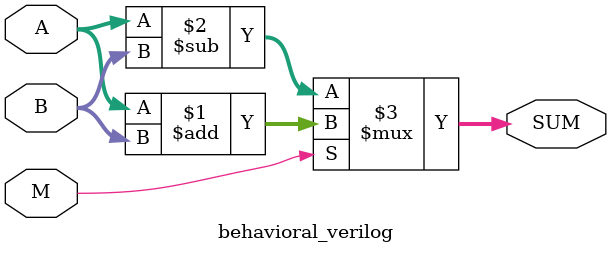
<source format=v>
`timescale 1ns / 1ps


module behavioral_verilog(

input M,
input [3:0] A,B,
output [4:0] SUM
    );
    
    assign SUM = M?A+B:A-B; 
    
endmodule

</source>
